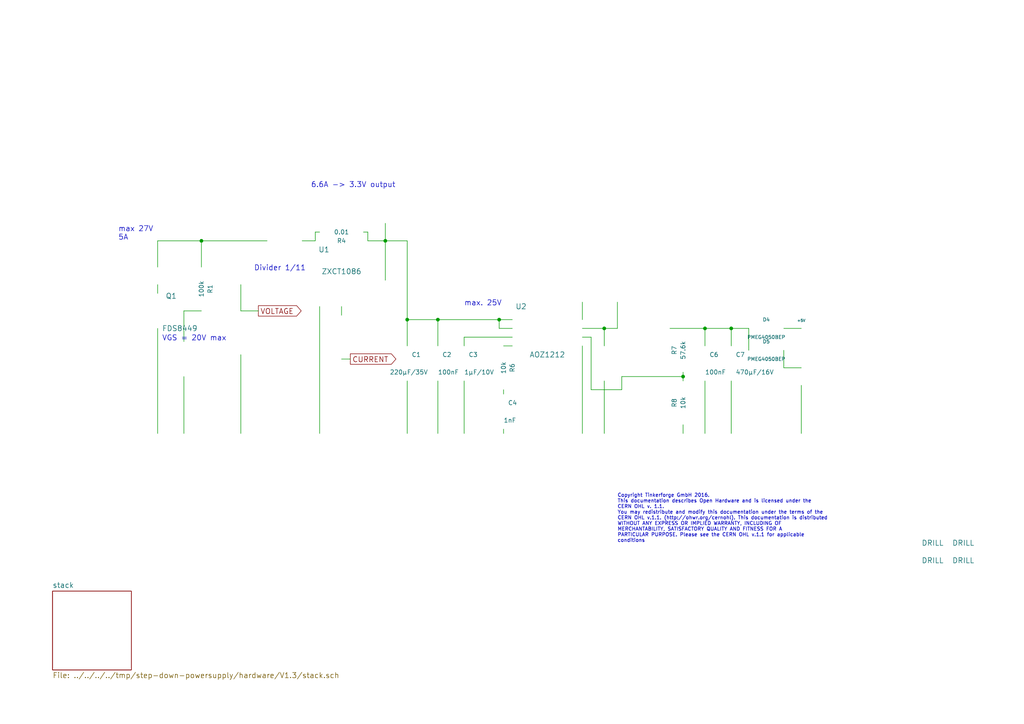
<source format=kicad_sch>
(kicad_sch (version 20230121) (generator eeschema)
  (paper "A4")
  (title_block (title "Step Down Powersupply") (date "2016-12-28") (rev "1.3") (company "Tinkerforge GmbH") (comment 1 "Licensed under CERN OHL v.1.1") (comment 2 "Copyright (©) 2016, B.Nordmeyer <bastian@tinkerforge.com>"))
  (lib_symbols)
  (junction (at 175.26 95.25))
  (junction (at 118.11 92.71))
  (junction (at 198.12 109.22))
  (junction (at 127 92.71))
  (junction (at 204.47 95.25))
  (junction (at 212.09 95.25))
  (junction (at 58.42 69.85))
  (junction (at 144.78 92.71))
  (junction (at 111.76 69.85))
  (wire (pts (xy 105.41 67.31) (xy 106.68 67.31)))
  (wire (pts (xy 198.12 110.49) (xy 198.12 109.22)))
  (wire (pts (xy 69.85 82.55) (xy 69.85 90.17)))
  (wire (pts (xy 45.72 85.09) (xy 45.72 82.55)))
  (wire (pts (xy 99.06 91.44) (xy 99.06 88.9)))
  (wire (pts (xy 58.42 90.17) (xy 53.34 90.17)))
  (wire (pts (xy 227.33 106.68) (xy 232.41 106.68)))
  (wire (pts (xy 144.78 95.25) (xy 148.59 95.25)))
  (wire (pts (xy 111.76 64.77) (xy 111.76 69.85)))
  (wire (pts (xy 111.76 69.85) (xy 118.11 69.85)))
  (wire (pts (xy 146.05 114.3) (xy 146.05 113.03)))
  (wire (pts (xy 175.26 125.73) (xy 175.26 110.49)))
  (wire (pts (xy 217.17 95.25) (xy 212.09 95.25)))
  (wire (pts (xy 69.85 90.17) (xy 74.93 90.17)))
  (wire (pts (xy 134.62 125.73) (xy 134.62 110.49)))
  (wire (pts (xy 180.34 113.03) (xy 180.34 109.22)))
  (wire (pts (xy 148.59 97.79) (xy 134.62 97.79)))
  (wire (pts (xy 180.34 109.22) (xy 198.12 109.22)))
  (wire (pts (xy 171.45 97.79) (xy 171.45 113.03)))
  (wire (pts (xy 227.33 101.6) (xy 227.33 106.68)))
  (wire (pts (xy 179.07 87.63) (xy 179.07 95.25)))
  (wire (pts (xy 45.72 77.47) (xy 45.72 69.85)))
  (wire (pts (xy 118.11 100.33) (xy 118.11 92.71)))
  (wire (pts (xy 53.34 90.17) (xy 53.34 99.06)))
  (wire (pts (xy 204.47 95.25) (xy 204.47 100.33)))
  (wire (pts (xy 212.09 95.25) (xy 204.47 95.25)))
  (wire (pts (xy 127 92.71) (xy 127 100.33)))
  (wire (pts (xy 168.91 92.71) (xy 168.91 87.63)))
  (wire (pts (xy 58.42 69.85) (xy 58.42 77.47)))
  (wire (pts (xy 212.09 95.25) (xy 212.09 100.33)))
  (wire (pts (xy 45.72 95.25) (xy 45.72 125.73)))
  (wire (pts (xy 146.05 100.33) (xy 148.59 100.33)))
  (wire (pts (xy 118.11 92.71) (xy 118.11 69.85)))
  (wire (pts (xy 168.91 97.79) (xy 171.45 97.79)))
  (wire (pts (xy 99.06 104.14) (xy 101.6 104.14)))
  (wire (pts (xy 111.76 69.85) (xy 111.76 81.28)))
  (wire (pts (xy 212.09 125.73) (xy 212.09 110.49)))
  (wire (pts (xy 91.44 67.31) (xy 91.44 69.85)))
  (wire (pts (xy 45.72 69.85) (xy 58.42 69.85)))
  (wire (pts (xy 134.62 97.79) (xy 134.62 100.33)))
  (wire (pts (xy 194.31 95.25) (xy 204.47 95.25)))
  (wire (pts (xy 92.71 125.73) (xy 92.71 88.9)))
  (wire (pts (xy 179.07 95.25) (xy 175.26 95.25)))
  (wire (pts (xy 144.78 92.71) (xy 144.78 95.25)))
  (wire (pts (xy 171.45 113.03) (xy 180.34 113.03)))
  (wire (pts (xy 106.68 69.85) (xy 111.76 69.85)))
  (wire (pts (xy 118.11 125.73) (xy 118.11 110.49)))
  (wire (pts (xy 87.63 69.85) (xy 91.44 69.85)))
  (wire (pts (xy 92.71 67.31) (xy 91.44 67.31)))
  (wire (pts (xy 127 92.71) (xy 118.11 92.71)))
  (wire (pts (xy 127 110.49) (xy 127 125.73)))
  (wire (pts (xy 175.26 100.33) (xy 175.26 95.25)))
  (wire (pts (xy 58.42 69.85) (xy 77.47 69.85)))
  (wire (pts (xy 148.59 92.71) (xy 144.78 92.71)))
  (wire (pts (xy 175.26 95.25) (xy 168.91 95.25)))
  (wire (pts (xy 198.12 125.73) (xy 198.12 123.19)))
  (wire (pts (xy 198.12 109.22) (xy 198.12 107.95)))
  (wire (pts (xy 168.91 125.73) (xy 168.91 100.33)))
  (wire (pts (xy 204.47 125.73) (xy 204.47 110.49)))
  (wire (pts (xy 227.33 95.25) (xy 232.41 95.25)))
  (wire (pts (xy 69.85 102.87) (xy 69.85 125.73)))
  (wire (pts (xy 144.78 92.71) (xy 127 92.71)))
  (wire (pts (xy 232.41 125.73) (xy 232.41 111.76)))
  (wire (pts (xy 106.68 67.31) (xy 106.68 69.85)))
  (wire (pts (xy 53.34 125.73) (xy 53.34 109.22)))
  (wire (pts (xy 217.17 101.6) (xy 217.17 95.25)))
  (wire (pts (xy 146.05 125.73) (xy 146.05 124.46)))
  (text "Copyright Tinkerforge GmbH 2016.\nThis documentation describes Open Hardware and is licensed under the\nCERN OHL v. 1.1.\nYou may redistribute and modify this documentation under the terms of the\nCERN OHL v.1.1. (http://ohwr.org/cernohl). This documentation is distributed\nWITHOUT ANY EXPRESS OR IMPLIED WARRANTY, INCLUDING OF\nMERCHANTABILITY, SATISFACTORY QUALITY AND FITNESS FOR A\nPARTICULAR PURPOSE. Please see the CERN OHL v.1.1 for applicable\nconditions\n" (at 179.07 157.48 0) (effects (font (size 1.016 1.016)) (justify left bottom)))
  (text "VGS = 20V max" (at 46.99 99.06 0) (effects (font (size 1.524 1.524)) (justify left bottom)))
  (text "6.6A -> 3.3V output" (at 90.17 54.61 0) (effects (font (size 1.524 1.524)) (justify left bottom)))
  (text "max 27V\n5A" (at 34.29 69.85 0) (effects (font (size 1.524 1.524)) (justify left bottom)))
  (text "Divider 1/11" (at 73.66 78.74 0) (effects (font (size 1.524 1.524)) (justify left bottom)))
  (text "max. 25V" (at 134.62 88.9 0) (effects (font (size 1.524 1.524)) (justify left bottom)))
  (global_label "VOLTAGE" (shape output) (at 74.93 90.17 0) (effects (font (size 1.524 1.524))) (property "Intersheetrefs" "${INTERSHEET_REFS}" (effects hide)))
  (global_label "CURRENT" (shape output) (at 101.6 104.14 0) (effects (font (size 1.524 1.524))) (property "Intersheetrefs" "${INTERSHEET_REFS}" (effects hide)))
  (symbol (lib_id "INDUCTOR") (at 186.69 95.25 0) (unit 1)
    (property "Reference" "L1" (at 185.42 92.71 0) (effects (font (size 1.016 1.016))))
    (property "Value" "10µH" (at 186.69 97.79 0) (effects (font (size 1.016 1.016))))
    (property "Footprint" "SRP7030" (effects hide))
    (property "Datasheet" "SRP7030-100M" (effects hide))
  )
  (symbol (lib_id "DIODESCH") (at 82.55 69.85 0) (unit 1)
    (property "Reference" "D2" (at 82.55 67.31 0) (effects (font (size 1.016 1.016))))
    (property "Value" "PMEG4050BEP" (at 82.55 72.39 0) (effects (font (size 1.016 1.016))))
    (property "Footprint" "SOD-128" (effects hide))
  )
  (symbol (lib_id "CP1") (at 212.09 105.41 0) (unit 1)
    (property "Reference" "C7" (at 213.36 102.87 0) (effects (justify left)))
    (property "Value" "470µF/16V" (at 213.36 107.95 0) (effects (justify left)))
    (property "Footprint" "ELKO_83" (effects hide))
  )
  (symbol (lib_id "R") (at 198.12 101.6 0) (unit 1)
    (property "Reference" "R7" (at 195.58 101.6 90))
    (property "Value" "57.6k" (at 198.12 101.6 90))
    (property "Footprint" "C0603E" (effects hide))
  )
  (symbol (lib_id "R") (at 198.12 116.84 0) (unit 1)
    (property "Reference" "R8" (at 195.58 116.84 90))
    (property "Value" "10k" (at 198.12 116.84 90))
    (property "Footprint" "C0603E" (effects hide))
  )
  (symbol (lib_id "DRILL") (at 279.4 157.48 0) (unit 1)
    (property "Reference" "U5" (effects hide))
    (property "Value" "DRILL" (at 279.4 157.48 0) (effects (font (size 1.524 1.524))))
    (property "Footprint" "DRILL_NP" (effects hide))
  )
  (symbol (lib_id "DRILL") (at 279.4 162.56 0) (unit 1)
    (property "Reference" "U6" (effects hide))
    (property "Value" "DRILL" (at 279.4 162.56 0) (effects (font (size 1.524 1.524))))
    (property "Footprint" "DRILL_NP" (effects hide))
  )
  (symbol (lib_id "VPP") (at 111.76 64.77 0) (unit 1)
    (property "Reference" "#PWR016" (effects hide))
    (property "Value" "VPP" (at 111.76 60.96 0) (effects (font (size 1.016 1.016))))
  )
  (symbol (lib_id "R") (at 69.85 96.52 0) (unit 1)
    (property "Reference" "R3" (at 67.31 96.52 90))
    (property "Value" "1k" (at 69.85 96.52 90))
    (property "Footprint" "R0603E" (effects hide))
  )
  (symbol (lib_id "R") (at 69.85 76.2 0) (unit 1)
    (property "Reference" "R2" (at 71.882 76.2 90))
    (property "Value" "10k" (at 69.85 76.2 90))
    (property "Footprint" "R0603E" (effects hide))
  )
  (symbol (lib_id "DRILL") (at 270.51 157.48 0) (unit 1)
    (property "Reference" "U3" (effects hide))
    (property "Value" "DRILL" (at 270.51 157.48 0) (effects (font (size 1.524 1.524))))
    (property "Footprint" "DRILL_NP" (effects hide))
  )
  (symbol (lib_id "DRILL") (at 270.51 162.56 0) (unit 1)
    (property "Reference" "U4" (effects hide))
    (property "Value" "DRILL" (at 270.51 162.56 0) (effects (font (size 1.524 1.524))))
    (property "Footprint" "DRILL_NP" (effects hide))
  )
  (symbol (lib_id "C") (at 204.47 105.41 0) (unit 1)
    (property "Reference" "C6" (at 205.74 102.87 0) (effects (justify left)))
    (property "Value" "100nF" (at 204.47 107.95 0) (effects (justify left)))
    (property "Footprint" "C0603E" (effects hide))
  )
  (symbol (lib_id "C") (at 146.05 119.38 0) (unit 1)
    (property "Reference" "C4" (at 147.32 116.84 0) (effects (justify left)))
    (property "Value" "1nF" (at 146.05 121.92 0) (effects (justify left)))
    (property "Footprint" "C0603E" (effects hide))
  )
  (symbol (lib_id "R") (at 146.05 106.68 180) (unit 1)
    (property "Reference" "R6" (at 148.59 106.68 90))
    (property "Value" "10k" (at 146.05 106.68 90))
    (property "Footprint" "C0603E" (effects hide))
  )
  (symbol (lib_id "C") (at 127 105.41 0) (unit 1)
    (property "Reference" "C2" (at 128.27 102.87 0) (effects (justify left)))
    (property "Value" "100nF" (at 127 107.95 0) (effects (justify left)))
    (property "Footprint" "C0603E" (effects hide))
  )
  (symbol (lib_id "CP1") (at 118.11 105.41 0) (unit 1)
    (property "Reference" "C1" (at 119.38 102.87 0) (effects (justify left)))
    (property "Value" "220µF/35V" (at 113.03 107.95 0) (effects (justify left)))
    (property "Footprint" "ELKO_83" (effects hide))
  )
  (symbol (lib_id "+5V") (at 232.41 95.25 0) (unit 1)
    (property "Reference" "#PWR015" (effects hide))
    (property "Value" "+5V" (at 232.41 92.964 0) (effects (font (size 0.762 0.762))))
  )
  (symbol (lib_id "CONN_2") (at 36.83 80.01 0) (mirror y) (unit 1)
    (property "Reference" "P1" (at 38.1 80.01 90) (effects (font (size 1.016 1.016))))
    (property "Value" "Black" (at 35.56 80.01 90) (effects (font (size 1.016 1.016))))
    (property "Footprint" "OQ_2P" (effects hide))
  )
  (symbol (lib_id "AOZ1212") (at 158.75 102.87 0) (unit 1)
    (property "Reference" "U2" (at 151.13 88.9 0) (effects (font (size 1.524 1.524))))
    (property "Value" "AOZ1212" (at 158.75 102.87 0) (effects (font (size 1.524 1.524))))
    (property "Footprint" "SO-8" (effects hide))
  )
  (symbol (lib_id "C") (at 173.99 87.63 270) (unit 1)
    (property "Reference" "C5" (at 176.53 85.09 90) (effects (justify left)))
    (property "Value" "100nF" (at 173.99 90.17 90) (effects (justify left)))
    (property "Footprint" "C0603E" (effects hide))
  )
  (symbol (lib_id "C") (at 134.62 105.41 0) (unit 1)
    (property "Reference" "C3" (at 135.89 102.87 0) (effects (justify left)))
    (property "Value" "1µF/10V" (at 134.62 107.95 0) (effects (justify left)))
    (property "Footprint" "C0603E" (effects hide))
  )
  (symbol (lib_id "R") (at 99.06 97.79 0) (unit 1)
    (property "Reference" "R5" (at 96.52 97.79 90))
    (property "Value" "10k" (at 99.06 97.79 90))
    (property "Footprint" "R0603E" (effects hide))
  )
  (symbol (lib_id "R") (at 99.06 67.31 270) (unit 1)
    (property "Reference" "R4" (at 99.06 69.85 90))
    (property "Value" "0.01" (at 99.06 67.31 90))
    (property "Footprint" "R1206" (effects hide))
  )
  (symbol (lib_id "MOSFET_N_CH") (at 48.26 90.17 0) (mirror y) (unit 1)
    (property "Reference" "Q1" (at 48.006 85.852 0) (effects (font (size 1.524 1.524)) (justify right)))
    (property "Value" "FDS8449" (at 46.99 95.25 0) (effects (font (size 1.524 1.524)) (justify right)))
    (property "Footprint" "SOIC-8-MOSFET" (effects hide))
  )
  (symbol (lib_id "R") (at 58.42 83.82 0) (unit 1)
    (property "Reference" "R1" (at 60.96 83.82 90))
    (property "Value" "100k" (at 58.42 83.82 90))
    (property "Footprint" "R0603E" (effects hide))
  )
  (symbol (lib_id "ZENER") (at 53.34 104.14 270) (unit 1)
    (property "Reference" "D1" (at 50.8 104.14 0))
    (property "Value" "Z12V" (at 55.88 104.14 0) (effects (font (size 1.016 1.016))))
    (property "Footprint" "SOD-123" (effects hide))
  )
  (symbol (lib_id "GND") (at 118.11 125.73 0) (unit 1)
    (property "Reference" "#PWR014" (effects hide))
    (property "Value" "GND" (effects hide))
  )
  (symbol (lib_id "GND") (at 127 125.73 0) (unit 1)
    (property "Reference" "#PWR013" (effects hide))
    (property "Value" "GND" (effects hide))
  )
  (symbol (lib_id "GND") (at 134.62 125.73 0) (unit 1)
    (property "Reference" "#PWR012" (effects hide))
    (property "Value" "GND" (effects hide))
  )
  (symbol (lib_id "GND") (at 146.05 125.73 0) (unit 1)
    (property "Reference" "#PWR011" (effects hide))
    (property "Value" "GND" (effects hide))
  )
  (symbol (lib_id "GND") (at 168.91 125.73 0) (unit 1)
    (property "Reference" "#PWR010" (effects hide))
    (property "Value" "GND" (effects hide))
  )
  (symbol (lib_id "GND") (at 175.26 125.73 0) (unit 1)
    (property "Reference" "#PWR09" (effects hide))
    (property "Value" "GND" (effects hide))
  )
  (symbol (lib_id "GND") (at 198.12 125.73 0) (unit 1)
    (property "Reference" "#PWR08" (effects hide))
    (property "Value" "GND" (effects hide))
  )
  (symbol (lib_id "GND") (at 204.47 125.73 0) (unit 1)
    (property "Reference" "#PWR07" (effects hide))
    (property "Value" "GND" (effects hide))
  )
  (symbol (lib_id "GND") (at 212.09 125.73 0) (unit 1)
    (property "Reference" "#PWR06" (effects hide))
    (property "Value" "GND" (effects hide))
  )
  (symbol (lib_id "DIODESCH") (at 175.26 105.41 90) (unit 1)
    (property "Reference" "D3" (at 172.72 105.41 0) (effects (font (size 1.016 1.016))))
    (property "Value" "PMEG4050BEP" (at 177.8 105.41 0) (effects (font (size 1.016 1.016))))
    (property "Footprint" "SOD-128" (effects hide))
  )
  (symbol (lib_id "DIODESCH") (at 222.25 95.25 0) (unit 1)
    (property "Reference" "D4" (at 222.25 92.71 0) (effects (font (size 1.016 1.016))))
    (property "Value" "PMEG4050BEP" (at 222.25 97.79 0) (effects (font (size 1.016 1.016))))
    (property "Footprint" "SOD-128" (effects hide))
  )
  (symbol (lib_id "GND") (at 45.72 125.73 0) (unit 1)
    (property "Reference" "#PWR05" (effects hide))
    (property "Value" "GND" (effects hide))
  )
  (symbol (lib_id "ZXCT1087") (at 99.06 82.55 0) (unit 1)
    (property "Reference" "U1" (at 93.98 72.39 0) (effects (font (size 1.524 1.524))))
    (property "Value" "ZXCT1086" (at 99.06 78.74 0) (effects (font (size 1.524 1.524))))
    (property "Footprint" "SOT23-5" (effects hide))
  )
  (symbol (lib_id "GND") (at 92.71 125.73 0) (unit 1)
    (property "Reference" "#PWR04" (effects hide))
    (property "Value" "GND" (effects hide))
  )
  (symbol (lib_id "GND") (at 69.85 125.73 0) (unit 1)
    (property "Reference" "#PWR03" (effects hide))
    (property "Value" "GND" (effects hide))
  )
  (symbol (lib_id "GND") (at 53.34 125.73 0) (unit 1)
    (property "Reference" "#PWR02" (effects hide))
    (property "Value" "GND" (effects hide))
  )
  (symbol (lib_id "CONN_2") (at 241.3 109.22 0) (unit 1)
    (property "Reference" "P2" (at 240.03 109.22 90) (effects (font (size 1.016 1.016))))
    (property "Value" "Green" (at 242.57 109.22 90) (effects (font (size 1.016 1.016))))
    (property "Footprint" "OQ_2P" (effects hide))
  )
  (symbol (lib_id "GND") (at 232.41 125.73 0) (unit 1)
    (property "Reference" "#PWR01" (effects hide))
    (property "Value" "GND" (effects hide))
  )
  (symbol (lib_id "DIODESCH") (at 222.25 101.6 0) (unit 1)
    (property "Reference" "D5" (at 222.25 99.06 0) (effects (font (size 1.016 1.016))))
    (property "Value" "PMEG4050BEP" (at 222.25 104.14 0) (effects (font (size 1.016 1.016))))
    (property "Footprint" "SOD-128" (effects hide))
  )
  (sheet (at 15.24 171.45) (size 22.86 22.86)
    (property "Sheetname" "stack" (at 15.24 170.6114 0) (effects (font (size 1.524 1.524)) (justify left bottom)))
    (property "Sheetfile" "../../../../tmp/step-down-powersupply/hardware/V1.3/stack.sch" (at 15.24 194.9962 0) (effects (font (size 1.524 1.524)) (justify left top)))
  )
)
</source>
